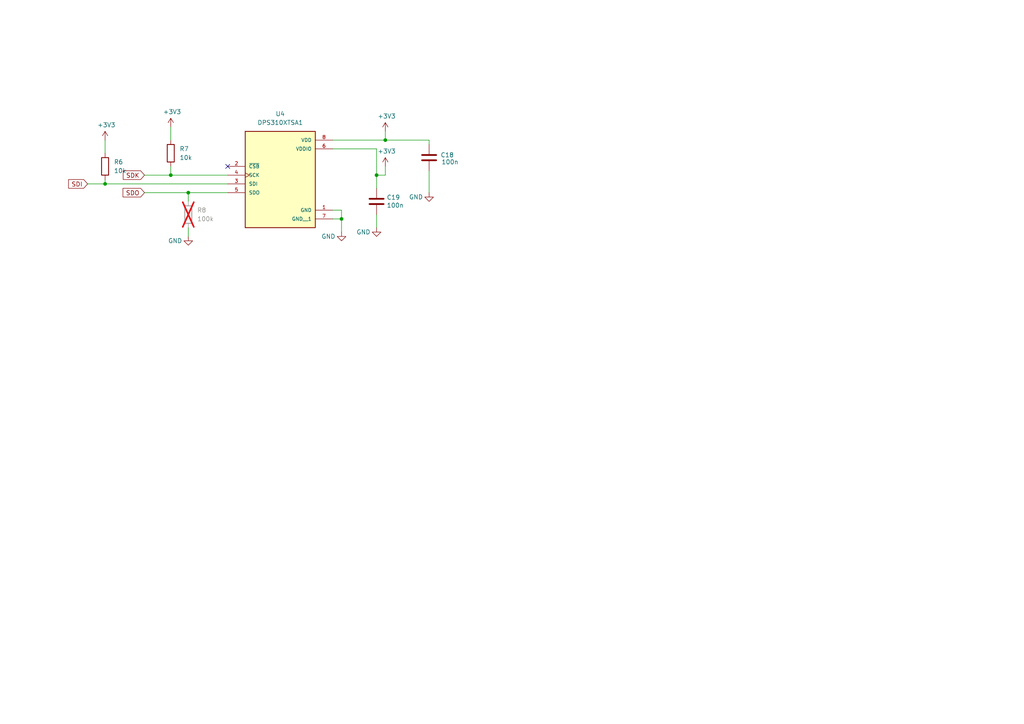
<source format=kicad_sch>
(kicad_sch (version 20231120) (generator "eeschema") (generator_version "8.0")
  (paper "A4")
  (lib_symbols
    (symbol "DPS310XTSA1:DPS310XTSA1" (pin_names (offset 1.016))
      (property "Reference" "U" (at -10.16 13.97 0))
      (property "Value" "DPS310XTSA1" (at -10.16 -16.51 0))
      (symbol "DPS310XTSA1_0_0"
        (rectangle (start -10.16 -15.24) (end 10.16 12.7) (stroke (width 0.254)) (fill (type background)))
        (pin power_in line (at 15.24 -10.16 180) (length 5.08) (name "GND") (number "1"))
        (pin input line (at -15.24 2.54 0) (length 5.08) (name "~{CSB}") (number "2"))
        (pin bidirectional line (at -15.24 -2.54 0) (length 5.08) (name "SDI") (number "3"))
        (pin input clock (at -15.24 0 0) (length 5.08) (name "SCK") (number "4"))
        (pin output line (at -15.24 -5.08 0) (length 5.08) (name "SDO") (number "5"))
        (pin power_in line (at 15.24 7.62 180) (length 5.08) (name "VDDIO") (number "6"))
        (pin power_in line (at 15.24 -12.7 180) (length 5.08) (name "GND__1") (number "7"))
        (pin power_in line (at 15.24 10.16 180) (length 5.08) (name "VDD") (number "8"))
      )
    )
    (symbol "Device:C" (pin_numbers hide) (pin_names (offset 0.254))
      (property "Reference" "C" (at 0.635 2.54 0))
      (property "Value" "C" (at 0.635 -2.54 0))
      (symbol "C_0_1"
        (polyline (pts (xy -2.032 -0.762) (xy 2.032 -0.762)) (stroke (width 0.508)))
        (polyline (pts (xy -2.032 0.762) (xy 2.032 0.762)) (stroke (width 0.508)))
      )
      (symbol "C_1_1"
        (pin passive line (at 0 3.81 270) (length 2.794) (name "~") (number "1"))
        (pin passive line (at 0 -3.81 90) (length 2.794) (name "~") (number "2"))
      )
    )
    (symbol "Device:R" (pin_numbers hide) (pin_names (offset 0))
      (property "Reference" "R" (at 2.032 0 90))
      (property "Value" "R" (at 0 0 90))
      (symbol "R_0_1"
        (rectangle (start -1.016 -2.54) (end 1.016 2.54) (stroke (width 0.254)))
      )
      (symbol "R_1_1"
        (pin passive line (at 0 3.81 270) (length 1.27) (name "~") (number "1"))
        (pin passive line (at 0 -3.81 90) (length 1.27) (name "~") (number "2"))
      )
    )
    (symbol "power:+3V3" (power) (pin_names (offset 0))
      (property "Value" "+3V3" (at 0 3.556 0))
      (symbol "+3V3_0_1"
        (polyline (pts (xy -0.762 1.27) (xy 0 2.54)))
        (polyline (pts (xy 0 0) (xy 0 2.54)))
        (polyline (pts (xy 0 2.54) (xy 0.762 1.27)))
      )
      (symbol "+3V3_1_1"
        (pin power_in line (at 0 0 90) (length 0) hide (name "+3V3") (number "1"))
      )
    )
    (symbol "power:GND" (power) (pin_names (offset 0))
      (property "Value" "GND" (at 0 -3.81 0))
      (symbol "GND_0_1"
        (polyline (pts (xy 0 0) (xy 0 -1.27) (xy 1.27 -1.27) (xy 0 -2.54) (xy -1.27 -1.27) (xy 0 -1.27)))
      )
      (symbol "GND_1_1"
        (pin power_in line (at 0 0 270) (length 0) hide (name "GND") (number "1"))
      )
    )
  )
  (junction (at 54.61 55.88))
  (junction (at 30.48 53.34))
  (junction (at 111.76 40.64))
  (junction (at 49.53 50.8))
  (junction (at 109.22 50.8))
  (junction (at 99.06 63.5))
  (no_connect (at 66.04 48.26))
  (wire (pts (xy 30.48 53.34) (xy 66.04 53.34)))
  (wire (pts (xy 49.53 36.83) (xy 49.53 40.64)))
  (wire (pts (xy 99.06 60.96) (xy 99.06 63.5)))
  (wire (pts (xy 41.91 50.8) (xy 49.53 50.8)))
  (wire (pts (xy 99.06 63.5) (xy 99.06 67.31)))
  (wire (pts (xy 54.61 55.88) (xy 66.04 55.88)))
  (wire (pts (xy 109.22 62.23) (xy 109.22 66.04)))
  (wire (pts (xy 54.61 55.88) (xy 54.61 58.42)))
  (wire (pts (xy 49.53 50.8) (xy 66.04 50.8)))
  (wire (pts (xy 111.76 38.1) (xy 111.76 40.64)))
  (wire (pts (xy 96.52 43.18) (xy 109.22 43.18)))
  (wire (pts (xy 109.22 43.18) (xy 109.22 50.8)))
  (wire (pts (xy 124.46 49.53) (xy 124.46 55.88)))
  (wire (pts (xy 96.52 40.64) (xy 111.76 40.64)))
  (wire (pts (xy 54.61 66.04) (xy 54.61 68.58)))
  (wire (pts (xy 30.48 52.07) (xy 30.48 53.34)))
  (wire (pts (xy 111.76 50.8) (xy 111.76 48.26)))
  (wire (pts (xy 30.48 40.64) (xy 30.48 44.45)))
  (wire (pts (xy 96.52 60.96) (xy 99.06 60.96)))
  (wire (pts (xy 124.46 40.64) (xy 124.46 41.91)))
  (wire (pts (xy 25.4 53.34) (xy 30.48 53.34)))
  (wire (pts (xy 96.52 63.5) (xy 99.06 63.5)))
  (wire (pts (xy 109.22 50.8) (xy 109.22 54.61)))
  (wire (pts (xy 41.91 55.88) (xy 54.61 55.88)))
  (wire (pts (xy 49.53 48.26) (xy 49.53 50.8)))
  (wire (pts (xy 111.76 40.64) (xy 124.46 40.64)))
  (wire (pts (xy 109.22 50.8) (xy 111.76 50.8)))
  (global_label "SDI" (shape input) (at 25.4 53.34 180) (property "Intersheetrefs" "${INTERSHEET_REFS}" (effects (hide yes))))
  (global_label "SDO" (shape input) (at 41.91 55.88 180) (property "Intersheetrefs" "${INTERSHEET_REFS}" (effects (hide yes))))
  (global_label "SDK" (shape input) (at 41.91 50.8 180) (property "Intersheetrefs" "${INTERSHEET_REFS}" (effects (hide yes))))
  (symbol (lib_id "Device:R") (at 30.48 48.26 0) (unit 1)
    (property "Reference" "R6" (at 33.02 46.9899 0) (effects (justify left)))
    (property "Value" "10k" (at 33.02 49.5299 0) (effects (justify left)))
    (property "Footprint" "Resistor_SMD:R_0603_1608Metric" (effects (hide yes)))
    (property "Description" "Resistor" (effects (hide yes)))
  )
  (symbol (lib_id "power:GND") (at 109.22 66.04 0) (unit 1)
    (property "Reference" "#PWR031" (effects (hide yes)))
    (property "Value" "GND" (at 105.41 67.31 0))
  )
  (symbol (lib_id "Device:C") (at 109.22 58.42 0) (unit 1)
    (property "Reference" "C19" (at 112.141 57.2516 0) (effects (justify left)))
    (property "Value" "100n" (at 112.141 59.563 0) (effects (justify left)))
    (property "Footprint" "Capacitor_SMD:C_0402_1005Metric" (effects (hide yes)))
  )
  (symbol (lib_id "Device:C") (at 124.46 45.72 0) (unit 1)
    (property "Reference" "C18" (at 127.762 44.958 0) (effects (justify left)))
    (property "Value" "100n" (at 128.016 46.99 0) (effects (justify left)))
    (property "Footprint" "Capacitor_SMD:C_0402_1005Metric" (effects (hide yes)))
  )
  (symbol (lib_id "Device:R") (at 54.61 62.23 0) (unit 1) (dnp yes)
    (property "Reference" "R8" (at 57.15 60.9599 0) (effects (justify left)))
    (property "Value" "100k" (at 57.15 63.4999 0) (effects (justify left)))
    (property "Footprint" "Resistor_SMD:R_0603_1608Metric" (effects (hide yes)))
    (property "Description" "Resistor" (effects (hide yes)))
  )
  (symbol (lib_id "power:+3V3") (at 111.76 48.26 0) (unit 1)
    (property "Reference" "#PWR029" (effects (hide yes)))
    (property "Value" "+3V3" (at 112.141 43.8658 0))
  )
  (symbol (lib_id "Device:R") (at 49.53 44.45 0) (unit 1)
    (property "Reference" "R7" (at 52.07 43.1799 0) (effects (justify left)))
    (property "Value" "10k" (at 52.07 45.7199 0) (effects (justify left)))
    (property "Footprint" "Resistor_SMD:R_0603_1608Metric" (effects (hide yes)))
    (property "Description" "Resistor" (effects (hide yes)))
  )
  (symbol (lib_id "DPS310XTSA1:DPS310XTSA1") (at 81.28 50.8 0) (unit 1)
    (property "Reference" "U4" (at 81.28 33.02 0))
    (property "Value" "DPS310XTSA1" (at 81.28 35.56 0))
    (property "Footprint" "duso:XDCR_DPS310XTSA1" (effects (hide yes)))
    (property "MF" "Infineon" (effects (hide yes)))
    (property "DESCRIPTION" "Supply voltage range 1.7V to 3.6V | Operation range 300hPa 1200hPa | Sensors precision 0.005hPa | Relative accuracy 0.06hPa | Pressure temperature sensitivity of 0.5Pa/K | Temperature accuracy 0.5C" (effects (hide yes)))
    (property "PACKAGE" "LGA-8 Infineon" (effects (hide yes)))
    (property "PRICE" "None" (effects (hide yes)))
    (property "MP" "DPS310XTSA1" (effects (hide yes)))
    (property "AVAILABILITY" "Unavailable" (effects (hide yes)))
  )
  (symbol (lib_id "power:GND") (at 54.61 68.58 0) (unit 1)
    (property "Reference" "#PWR032" (effects (hide yes)))
    (property "Value" "GND" (at 50.8 69.85 0))
  )
  (symbol (lib_id "power:GND") (at 124.46 55.88 0) (unit 1)
    (property "Reference" "#PWR030" (effects (hide yes)))
    (property "Value" "GND" (at 120.65 57.15 0))
  )
  (symbol (lib_id "power:GND") (at 99.06 67.31 0) (unit 1)
    (property "Reference" "#PWR026" (effects (hide yes)))
    (property "Value" "GND" (at 95.25 68.58 0))
  )
  (symbol (lib_id "power:+3V3") (at 49.53 36.83 0) (unit 1)
    (property "Reference" "#PWR028" (effects (hide yes)))
    (property "Value" "+3V3" (at 49.911 32.4358 0))
  )
  (symbol (lib_id "power:+3V3") (at 30.48 40.64 0) (unit 1)
    (property "Reference" "#PWR027" (effects (hide yes)))
    (property "Value" "+3V3" (at 30.861 36.2458 0))
  )
  (symbol (lib_id "power:+3V3") (at 111.76 38.1 0) (unit 1)
    (property "Reference" "#PWR025" (effects (hide yes)))
    (property "Value" "+3V3" (at 112.141 33.7058 0))
  )
)
</source>
